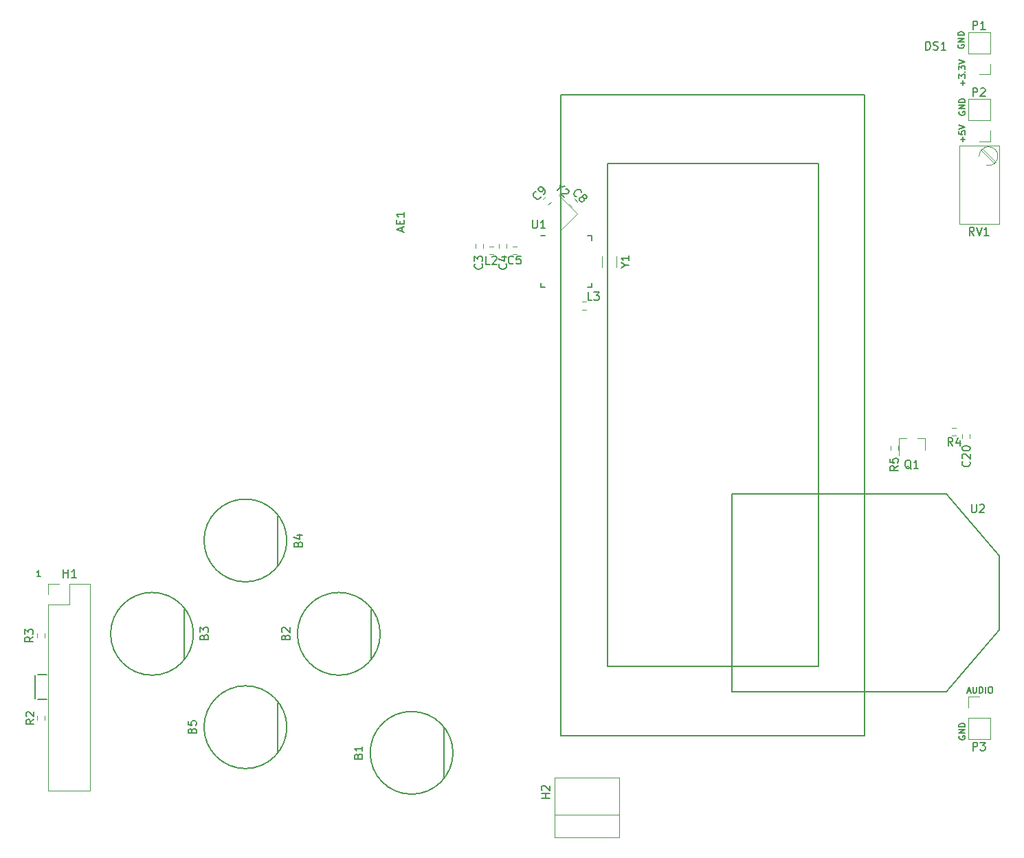
<source format=gbr>
G04 #@! TF.FileFunction,Legend,Top*
%FSLAX46Y46*%
G04 Gerber Fmt 4.6, Leading zero omitted, Abs format (unit mm)*
G04 Created by KiCad (PCBNEW 4.0.5) date 05/05/17 19:05:09*
%MOMM*%
%LPD*%
G01*
G04 APERTURE LIST*
%ADD10C,0.025400*%
%ADD11C,0.127000*%
%ADD12C,0.120000*%
%ADD13C,0.150000*%
G04 APERTURE END LIST*
D10*
D11*
X1410426Y14342293D02*
X1410426Y14922864D01*
X1410426Y14922864D02*
X1410426Y15503435D01*
X1410426Y15503435D02*
X1410426Y16084006D01*
X1410426Y16084006D02*
X1410426Y16664577D01*
X1410426Y16664577D02*
X1410426Y17245148D01*
X2861854Y14269721D02*
X1773283Y14269721D01*
X2861854Y17317719D02*
X1773283Y17317719D01*
X2099854Y29419006D02*
X1664426Y29419006D01*
X1882140Y29419006D02*
X1882140Y30181006D01*
X1809569Y30072149D01*
X1736997Y29999577D01*
X1664426Y29963291D01*
X116290997Y15285720D02*
X116653854Y15285720D01*
X116218425Y15068006D02*
X116472425Y15830006D01*
X116726425Y15068006D01*
X116980426Y15830006D02*
X116980426Y15213149D01*
X117016711Y15140577D01*
X117052997Y15104291D01*
X117125568Y15068006D01*
X117270711Y15068006D01*
X117343283Y15104291D01*
X117379568Y15140577D01*
X117415854Y15213149D01*
X117415854Y15830006D01*
X117778712Y15068006D02*
X117778712Y15830006D01*
X117960140Y15830006D01*
X118068997Y15793720D01*
X118141569Y15721149D01*
X118177854Y15648577D01*
X118214140Y15503434D01*
X118214140Y15394577D01*
X118177854Y15249434D01*
X118141569Y15176863D01*
X118068997Y15104291D01*
X117960140Y15068006D01*
X117778712Y15068006D01*
X118540712Y15068006D02*
X118540712Y15830006D01*
X119048711Y15830006D02*
X119193854Y15830006D01*
X119266426Y15793720D01*
X119338997Y15721149D01*
X119375283Y15576006D01*
X119375283Y15322006D01*
X119338997Y15176863D01*
X119266426Y15104291D01*
X119193854Y15068006D01*
X119048711Y15068006D01*
X118976140Y15104291D01*
X118903569Y15176863D01*
X118867283Y15322006D01*
X118867283Y15576006D01*
X118903569Y15721149D01*
X118976140Y15793720D01*
X119048711Y15830006D01*
X115293140Y9752148D02*
X115256854Y9679577D01*
X115256854Y9570720D01*
X115293140Y9461863D01*
X115365711Y9389291D01*
X115438283Y9353006D01*
X115583426Y9316720D01*
X115692283Y9316720D01*
X115837426Y9353006D01*
X115909997Y9389291D01*
X115982569Y9461863D01*
X116018854Y9570720D01*
X116018854Y9643291D01*
X115982569Y9752148D01*
X115946283Y9788434D01*
X115692283Y9788434D01*
X115692283Y9643291D01*
X116018854Y10115006D02*
X115256854Y10115006D01*
X116018854Y10550434D01*
X115256854Y10550434D01*
X116018854Y10913292D02*
X115256854Y10913292D01*
X115256854Y11094720D01*
X115293140Y11203577D01*
X115365711Y11276149D01*
X115438283Y11312434D01*
X115583426Y11348720D01*
X115692283Y11348720D01*
X115837426Y11312434D01*
X115909997Y11276149D01*
X115982569Y11203577D01*
X116018854Y11094720D01*
X116018854Y10913292D01*
X115166140Y94969148D02*
X115129854Y94896577D01*
X115129854Y94787720D01*
X115166140Y94678863D01*
X115238711Y94606291D01*
X115311283Y94570006D01*
X115456426Y94533720D01*
X115565283Y94533720D01*
X115710426Y94570006D01*
X115782997Y94606291D01*
X115855569Y94678863D01*
X115891854Y94787720D01*
X115891854Y94860291D01*
X115855569Y94969148D01*
X115819283Y95005434D01*
X115565283Y95005434D01*
X115565283Y94860291D01*
X115891854Y95332006D02*
X115129854Y95332006D01*
X115891854Y95767434D01*
X115129854Y95767434D01*
X115891854Y96130292D02*
X115129854Y96130292D01*
X115129854Y96311720D01*
X115166140Y96420577D01*
X115238711Y96493149D01*
X115311283Y96529434D01*
X115456426Y96565720D01*
X115565283Y96565720D01*
X115710426Y96529434D01*
X115782997Y96493149D01*
X115855569Y96420577D01*
X115891854Y96311720D01*
X115891854Y96130292D01*
X115293140Y86714148D02*
X115256854Y86641577D01*
X115256854Y86532720D01*
X115293140Y86423863D01*
X115365711Y86351291D01*
X115438283Y86315006D01*
X115583426Y86278720D01*
X115692283Y86278720D01*
X115837426Y86315006D01*
X115909997Y86351291D01*
X115982569Y86423863D01*
X116018854Y86532720D01*
X116018854Y86605291D01*
X115982569Y86714148D01*
X115946283Y86750434D01*
X115692283Y86750434D01*
X115692283Y86605291D01*
X116018854Y87077006D02*
X115256854Y87077006D01*
X116018854Y87512434D01*
X115256854Y87512434D01*
X116018854Y87875292D02*
X115256854Y87875292D01*
X115256854Y88056720D01*
X115293140Y88165577D01*
X115365711Y88238149D01*
X115438283Y88274434D01*
X115583426Y88310720D01*
X115692283Y88310720D01*
X115837426Y88274434D01*
X115909997Y88238149D01*
X115982569Y88165577D01*
X116018854Y88056720D01*
X116018854Y87875292D01*
X115728569Y89961721D02*
X115728569Y90542292D01*
X116018854Y90252006D02*
X115438283Y90252006D01*
X115256854Y90832578D02*
X115256854Y91304292D01*
X115547140Y91050292D01*
X115547140Y91159150D01*
X115583426Y91231721D01*
X115619711Y91268007D01*
X115692283Y91304292D01*
X115873711Y91304292D01*
X115946283Y91268007D01*
X115982569Y91231721D01*
X116018854Y91159150D01*
X116018854Y90941435D01*
X115982569Y90868864D01*
X115946283Y90832578D01*
X115946283Y91630864D02*
X115982569Y91667149D01*
X116018854Y91630864D01*
X115982569Y91594578D01*
X115946283Y91630864D01*
X116018854Y91630864D01*
X115256854Y91921149D02*
X115256854Y92392863D01*
X115547140Y92138863D01*
X115547140Y92247721D01*
X115583426Y92320292D01*
X115619711Y92356578D01*
X115692283Y92392863D01*
X115873711Y92392863D01*
X115946283Y92356578D01*
X115982569Y92320292D01*
X116018854Y92247721D01*
X116018854Y92030006D01*
X115982569Y91957435D01*
X115946283Y91921149D01*
X115256854Y92610577D02*
X116018854Y92864577D01*
X115256854Y93118577D01*
X115728569Y83013006D02*
X115728569Y83593577D01*
X116018854Y83303291D02*
X115438283Y83303291D01*
X115256854Y84319292D02*
X115256854Y83956435D01*
X115619711Y83920149D01*
X115583426Y83956435D01*
X115547140Y84029006D01*
X115547140Y84210435D01*
X115583426Y84283006D01*
X115619711Y84319292D01*
X115692283Y84355577D01*
X115873711Y84355577D01*
X115946283Y84319292D01*
X115982569Y84283006D01*
X116018854Y84210435D01*
X116018854Y84029006D01*
X115982569Y83956435D01*
X115946283Y83920149D01*
X115256854Y84573291D02*
X116018854Y84827291D01*
X115256854Y85081291D01*
D12*
X65402960Y-2691240D02*
X73402960Y-2691240D01*
X65402960Y4628760D02*
X73402960Y4628760D01*
X73402960Y4628760D02*
X73402960Y-2691240D01*
X73402960Y58760D02*
X65402960Y58760D01*
X65402960Y-2691240D02*
X65402960Y4628760D01*
X117739944Y81199011D02*
G75*
G02X120049240Y81239320I1154296J40309D01*
G01*
X120048292Y81259441D02*
G75*
G02X118654240Y80110320I-1154052J-20121D01*
G01*
X115274240Y72919320D02*
X115274240Y82569320D01*
X120225240Y72919320D02*
X120225240Y82569320D01*
X115274240Y72919320D02*
X120225240Y72919320D01*
X115274240Y82569320D02*
X120225240Y82569320D01*
X118160240Y82115320D02*
X119770240Y80504320D01*
X118019240Y81975320D02*
X119629240Y80363320D01*
X107739280Y45022960D02*
X107739280Y45522960D01*
X106799280Y45522960D02*
X106799280Y45022960D01*
X111054000Y46482540D02*
X110124000Y46482540D01*
X107894000Y46482540D02*
X108824000Y46482540D01*
X107894000Y46482540D02*
X107894000Y44322540D01*
X111054000Y46482540D02*
X111054000Y45022540D01*
X71283860Y68927340D02*
X71283860Y67577340D01*
X73033860Y68927340D02*
X73033860Y67577340D01*
X114408140Y46791780D02*
X114908140Y46791780D01*
X114908140Y47731780D02*
X114408140Y47731780D01*
X116581020Y46460600D02*
X116581020Y46960600D01*
X115641020Y46960600D02*
X115641020Y46460600D01*
D13*
X70051060Y71402340D02*
X70051060Y70877340D01*
X63751060Y65102340D02*
X63751060Y65627340D01*
X70051060Y65102340D02*
X70051060Y65627340D01*
X63751060Y71402340D02*
X64276060Y71402340D01*
X63751060Y65102340D02*
X64276060Y65102340D01*
X70051060Y65102340D02*
X69526060Y65102340D01*
X70051060Y71402340D02*
X69526060Y71402340D01*
D12*
X69302440Y63274040D02*
X68802440Y63274040D01*
X68802440Y62334040D02*
X69302440Y62334040D01*
X57862280Y70121880D02*
X57362280Y70121880D01*
X57362280Y69181880D02*
X57862280Y69181880D01*
X2583280Y21886100D02*
X2583280Y22386100D01*
X1643280Y22386100D02*
X1643280Y21886100D01*
X1643280Y12226100D02*
X1643280Y11726100D01*
X2583280Y11726100D02*
X2583280Y12226100D01*
X64309637Y76241757D02*
X63956083Y75888203D01*
X64620763Y75223523D02*
X64974317Y75577077D01*
X67194583Y75312917D02*
X67548137Y74959363D01*
X68212817Y75624043D02*
X67859263Y75977597D01*
X60265500Y69184420D02*
X60765500Y69184420D01*
X60765500Y70124420D02*
X60265500Y70124420D01*
X55686860Y70453060D02*
X55686860Y69953060D01*
X56626860Y69953060D02*
X56626860Y70453060D01*
X58595160Y70453060D02*
X58595160Y69953060D01*
X59535160Y69953060D02*
X59535160Y70453060D01*
X3036260Y25946100D02*
X3036260Y3026100D01*
X3036260Y3026100D02*
X8236260Y3026100D01*
X8236260Y3026100D02*
X8236260Y28546100D01*
X8236260Y28546100D02*
X5636260Y28546100D01*
X5636260Y28546100D02*
X5636260Y25946100D01*
X5636260Y25946100D02*
X3036260Y25946100D01*
X3036260Y27216100D02*
X3036260Y28546100D01*
X3036260Y28546100D02*
X4366260Y28546100D01*
X119074240Y93901260D02*
X119074240Y96501260D01*
X119074240Y96501260D02*
X116414240Y96501260D01*
X116414240Y96501260D02*
X116414240Y93901260D01*
X116414240Y93901260D02*
X119074240Y93901260D01*
X119074240Y92631260D02*
X119074240Y91301260D01*
X119074240Y91301260D02*
X117744240Y91301260D01*
X116416780Y11986260D02*
X116416780Y9386260D01*
X116416780Y9386260D02*
X119076780Y9386260D01*
X119076780Y9386260D02*
X119076780Y11986260D01*
X119076780Y11986260D02*
X116416780Y11986260D01*
X116416780Y13256260D02*
X116416780Y14586260D01*
X116416780Y14586260D02*
X117746780Y14586260D01*
X119074240Y85661500D02*
X119074240Y88261500D01*
X119074240Y88261500D02*
X116414240Y88261500D01*
X116414240Y88261500D02*
X116414240Y85661500D01*
X116414240Y85661500D02*
X119074240Y85661500D01*
X119074240Y84391500D02*
X119074240Y83061500D01*
X119074240Y83061500D02*
X117744240Y83061500D01*
D13*
X51815500Y10696200D02*
X51815500Y4696200D01*
X52914520Y7696200D02*
G75*
G03X52914520Y7696200I-5099020J0D01*
G01*
X42851840Y25362160D02*
X42851840Y19362160D01*
X43950860Y22362160D02*
G75*
G03X43950860Y22362160I-5099020J0D01*
G01*
X19839440Y25362160D02*
X19839440Y19362160D01*
X20938460Y22362160D02*
G75*
G03X20938460Y22362160I-5099020J0D01*
G01*
X31345640Y36868360D02*
X31345640Y30868360D01*
X32444660Y33868360D02*
G75*
G03X32444660Y33868360I-5099020J0D01*
G01*
X31345640Y13855960D02*
X31345640Y7855960D01*
X32444660Y10855960D02*
G75*
G03X32444660Y10855960I-5099020J0D01*
G01*
D12*
X66270117Y72161184D02*
X68250016Y74141083D01*
X68250016Y74141083D02*
X65916563Y76474536D01*
D13*
X103640140Y88821720D02*
X66240140Y88821720D01*
X66240140Y88821720D02*
X66240140Y9821720D01*
X66240140Y9821720D02*
X103640140Y9821720D01*
X103640140Y9821720D02*
X103640140Y88821720D01*
X97940140Y80321720D02*
X71940140Y80321720D01*
X71940140Y80321720D02*
X71940140Y18321720D01*
X71940140Y18321720D02*
X97940140Y18321720D01*
X97940140Y18321720D02*
X97940140Y80321720D01*
X87284560Y39598600D02*
X87284560Y15214600D01*
X87284560Y15214600D02*
X113700560Y15214600D01*
X113700560Y15214600D02*
X120228360Y22809200D01*
X120228360Y22809200D02*
X120228360Y32004000D01*
X120228360Y32004000D02*
X113700560Y39598600D01*
X113700560Y39598600D02*
X87284560Y39598600D01*
X46648667Y71977713D02*
X46648667Y72453904D01*
X46934381Y71882475D02*
X45934381Y72215808D01*
X46934381Y72549142D01*
X46410571Y72882475D02*
X46410571Y73215809D01*
X46934381Y73358666D02*
X46934381Y72882475D01*
X45934381Y72882475D01*
X45934381Y73358666D01*
X46934381Y74311047D02*
X46934381Y73739618D01*
X46934381Y74025332D02*
X45934381Y74025332D01*
X46077238Y73930094D01*
X46172476Y73834856D01*
X46220095Y73739618D01*
X64818521Y2077815D02*
X63818521Y2077815D01*
X64294711Y2077815D02*
X64294711Y2649244D01*
X64818521Y2649244D02*
X63818521Y2649244D01*
X63913759Y3077815D02*
X63866140Y3125434D01*
X63818521Y3220672D01*
X63818521Y3458768D01*
X63866140Y3554006D01*
X63913759Y3601625D01*
X64008997Y3649244D01*
X64104235Y3649244D01*
X64247092Y3601625D01*
X64818521Y3030196D01*
X64818521Y3649244D01*
X117110902Y71475339D02*
X116777568Y71951530D01*
X116539473Y71475339D02*
X116539473Y72475339D01*
X116920426Y72475339D01*
X117015664Y72427720D01*
X117063283Y72380101D01*
X117110902Y72284863D01*
X117110902Y72142006D01*
X117063283Y72046768D01*
X117015664Y71999149D01*
X116920426Y71951530D01*
X116539473Y71951530D01*
X117396616Y72475339D02*
X117729949Y71475339D01*
X118063283Y72475339D01*
X118920426Y71475339D02*
X118348997Y71475339D01*
X118634711Y71475339D02*
X118634711Y72475339D01*
X118539473Y72332482D01*
X118444235Y72237244D01*
X118348997Y72189625D01*
X107744521Y43059054D02*
X107268330Y42725720D01*
X107744521Y42487625D02*
X106744521Y42487625D01*
X106744521Y42868578D01*
X106792140Y42963816D01*
X106839759Y43011435D01*
X106934997Y43059054D01*
X107077854Y43059054D01*
X107173092Y43011435D01*
X107220711Y42963816D01*
X107268330Y42868578D01*
X107268330Y42487625D01*
X106744521Y43963816D02*
X106744521Y43487625D01*
X107220711Y43440006D01*
X107173092Y43487625D01*
X107125473Y43582863D01*
X107125473Y43820959D01*
X107173092Y43916197D01*
X107220711Y43963816D01*
X107315950Y44011435D01*
X107554045Y44011435D01*
X107649283Y43963816D01*
X107696902Y43916197D01*
X107744521Y43820959D01*
X107744521Y43582863D01*
X107696902Y43487625D01*
X107649283Y43440006D01*
X109355902Y42678101D02*
X109260664Y42725720D01*
X109165426Y42820958D01*
X109022569Y42963815D01*
X108927330Y43011434D01*
X108832092Y43011434D01*
X108879711Y42773339D02*
X108784473Y42820958D01*
X108689235Y42916196D01*
X108641616Y43106672D01*
X108641616Y43440006D01*
X108689235Y43630482D01*
X108784473Y43725720D01*
X108879711Y43773339D01*
X109070188Y43773339D01*
X109165426Y43725720D01*
X109260664Y43630482D01*
X109308283Y43440006D01*
X109308283Y43106672D01*
X109260664Y42916196D01*
X109165426Y42820958D01*
X109070188Y42773339D01*
X108879711Y42773339D01*
X110260664Y42773339D02*
X109689235Y42773339D01*
X109974949Y42773339D02*
X109974949Y43773339D01*
X109879711Y43630482D01*
X109784473Y43535244D01*
X109689235Y43487625D01*
X74135050Y67776149D02*
X74611241Y67776149D01*
X73611241Y67442816D02*
X74135050Y67776149D01*
X73611241Y68109483D01*
X74611241Y68966626D02*
X74611241Y68395197D01*
X74611241Y68680911D02*
X73611241Y68680911D01*
X73754098Y68585673D01*
X73849336Y68490435D01*
X73896955Y68395197D01*
X114491474Y45539399D02*
X114158140Y46015590D01*
X113920045Y45539399D02*
X113920045Y46539399D01*
X114300998Y46539399D01*
X114396236Y46491780D01*
X114443855Y46444161D01*
X114491474Y46348923D01*
X114491474Y46206066D01*
X114443855Y46110828D01*
X114396236Y46063209D01*
X114300998Y46015590D01*
X113920045Y46015590D01*
X115348617Y46206066D02*
X115348617Y45539399D01*
X115110521Y46587018D02*
X114872426Y45872732D01*
X115491474Y45872732D01*
X116539283Y43598863D02*
X116586902Y43551244D01*
X116634521Y43408387D01*
X116634521Y43313149D01*
X116586902Y43170291D01*
X116491664Y43075053D01*
X116396426Y43027434D01*
X116205950Y42979815D01*
X116063092Y42979815D01*
X115872616Y43027434D01*
X115777378Y43075053D01*
X115682140Y43170291D01*
X115634521Y43313149D01*
X115634521Y43408387D01*
X115682140Y43551244D01*
X115729759Y43598863D01*
X115729759Y43979815D02*
X115682140Y44027434D01*
X115634521Y44122672D01*
X115634521Y44360768D01*
X115682140Y44456006D01*
X115729759Y44503625D01*
X115824997Y44551244D01*
X115920235Y44551244D01*
X116063092Y44503625D01*
X116634521Y43932196D01*
X116634521Y44551244D01*
X115634521Y45170291D02*
X115634521Y45265530D01*
X115682140Y45360768D01*
X115729759Y45408387D01*
X115824997Y45456006D01*
X116015473Y45503625D01*
X116253569Y45503625D01*
X116444045Y45456006D01*
X116539283Y45408387D01*
X116586902Y45360768D01*
X116634521Y45265530D01*
X116634521Y45170291D01*
X116586902Y45075053D01*
X116539283Y45027434D01*
X116444045Y44979815D01*
X116253569Y44932196D01*
X116015473Y44932196D01*
X115824997Y44979815D01*
X115729759Y45027434D01*
X115682140Y45075053D01*
X115634521Y45170291D01*
X62715235Y73364339D02*
X62715235Y72554815D01*
X62762854Y72459577D01*
X62810473Y72411958D01*
X62905711Y72364339D01*
X63096188Y72364339D01*
X63191426Y72411958D01*
X63239045Y72459577D01*
X63286664Y72554815D01*
X63286664Y73364339D01*
X64286664Y72364339D02*
X63715235Y72364339D01*
X64000949Y72364339D02*
X64000949Y73364339D01*
X63905711Y73221482D01*
X63810473Y73126244D01*
X63715235Y73078625D01*
X70041474Y63474339D02*
X69565283Y63474339D01*
X69565283Y64474339D01*
X70279569Y64474339D02*
X70898617Y64474339D01*
X70565283Y64093387D01*
X70708141Y64093387D01*
X70803379Y64045768D01*
X70850998Y63998149D01*
X70898617Y63902910D01*
X70898617Y63664815D01*
X70850998Y63569577D01*
X70803379Y63521958D01*
X70708141Y63474339D01*
X70422426Y63474339D01*
X70327188Y63521958D01*
X70279569Y63569577D01*
X57468474Y67919339D02*
X56992283Y67919339D01*
X56992283Y68919339D01*
X57754188Y68824101D02*
X57801807Y68871720D01*
X57897045Y68919339D01*
X58135141Y68919339D01*
X58230379Y68871720D01*
X58277998Y68824101D01*
X58325617Y68728863D01*
X58325617Y68633625D01*
X58277998Y68490768D01*
X57706569Y67919339D01*
X58325617Y67919339D01*
X1191521Y21977054D02*
X715330Y21643720D01*
X1191521Y21405625D02*
X191521Y21405625D01*
X191521Y21786578D01*
X239140Y21881816D01*
X286759Y21929435D01*
X381997Y21977054D01*
X524854Y21977054D01*
X620092Y21929435D01*
X667711Y21881816D01*
X715330Y21786578D01*
X715330Y21405625D01*
X191521Y22310387D02*
X191521Y22929435D01*
X572473Y22596101D01*
X572473Y22738959D01*
X620092Y22834197D01*
X667711Y22881816D01*
X762950Y22929435D01*
X1001045Y22929435D01*
X1096283Y22881816D01*
X1143902Y22834197D01*
X1191521Y22738959D01*
X1191521Y22453244D01*
X1143902Y22358006D01*
X1096283Y22310387D01*
X1295661Y11809434D02*
X819470Y11476100D01*
X1295661Y11238005D02*
X295661Y11238005D01*
X295661Y11618958D01*
X343280Y11714196D01*
X390899Y11761815D01*
X486137Y11809434D01*
X628994Y11809434D01*
X724232Y11761815D01*
X771851Y11714196D01*
X819470Y11618958D01*
X819470Y11238005D01*
X390899Y12190386D02*
X343280Y12238005D01*
X295661Y12333243D01*
X295661Y12571339D01*
X343280Y12666577D01*
X390899Y12714196D01*
X486137Y12761815D01*
X581375Y12761815D01*
X724232Y12714196D01*
X1295661Y12142767D01*
X1295661Y12761815D01*
X63701862Y76260277D02*
X63701862Y76192934D01*
X63634518Y76058247D01*
X63567175Y75990903D01*
X63432487Y75923559D01*
X63297800Y75923559D01*
X63196785Y75957231D01*
X63028427Y76058246D01*
X62927411Y76159262D01*
X62826396Y76327621D01*
X62792724Y76428636D01*
X62792724Y76563323D01*
X62860068Y76698010D01*
X62927411Y76765354D01*
X63062098Y76832697D01*
X63129442Y76832697D01*
X64105922Y76529651D02*
X64240609Y76664338D01*
X64274281Y76765354D01*
X64274281Y76832697D01*
X64240610Y77001056D01*
X64139595Y77169414D01*
X63870220Y77438789D01*
X63769205Y77472460D01*
X63701862Y77472460D01*
X63600846Y77438789D01*
X63466159Y77304101D01*
X63432487Y77203086D01*
X63432487Y77135742D01*
X63466159Y77034727D01*
X63634517Y76866369D01*
X63735533Y76832697D01*
X63802877Y76832696D01*
X63903892Y76866368D01*
X64038579Y77001056D01*
X64072251Y77102071D01*
X64072250Y77169415D01*
X64038579Y77270430D01*
X68186751Y76238032D02*
X68119408Y76238032D01*
X67984721Y76305376D01*
X67917377Y76372719D01*
X67850033Y76507407D01*
X67850033Y76642094D01*
X67883705Y76743109D01*
X67984720Y76911467D01*
X68085736Y77012483D01*
X68254095Y77113498D01*
X68355110Y77147170D01*
X68489797Y77147170D01*
X68624484Y77079826D01*
X68691828Y77012483D01*
X68759171Y76877796D01*
X68759171Y76810452D01*
X68927530Y76170690D02*
X68893858Y76271705D01*
X68893858Y76339048D01*
X68927530Y76440063D01*
X68961201Y76473735D01*
X69062216Y76507407D01*
X69129560Y76507407D01*
X69230575Y76473735D01*
X69365263Y76339048D01*
X69398934Y76238032D01*
X69398934Y76170689D01*
X69365263Y76069674D01*
X69331591Y76036002D01*
X69230576Y76002330D01*
X69163232Y76002330D01*
X69062217Y76036002D01*
X68927530Y76170690D01*
X68826514Y76204361D01*
X68759171Y76204361D01*
X68658155Y76170689D01*
X68523468Y76036002D01*
X68489797Y75934987D01*
X68489797Y75867644D01*
X68523468Y75766628D01*
X68658156Y75631941D01*
X68759171Y75598269D01*
X68826514Y75598269D01*
X68927530Y75631941D01*
X69062216Y75766628D01*
X69095889Y75867644D01*
X69095889Y75934987D01*
X69062217Y76036002D01*
X60348834Y68027277D02*
X60301215Y67979658D01*
X60158358Y67932039D01*
X60063120Y67932039D01*
X59920262Y67979658D01*
X59825024Y68074896D01*
X59777405Y68170134D01*
X59729786Y68360610D01*
X59729786Y68503468D01*
X59777405Y68693944D01*
X59825024Y68789182D01*
X59920262Y68884420D01*
X60063120Y68932039D01*
X60158358Y68932039D01*
X60301215Y68884420D01*
X60348834Y68836801D01*
X61253596Y68932039D02*
X60777405Y68932039D01*
X60729786Y68455849D01*
X60777405Y68503468D01*
X60872643Y68551087D01*
X61110739Y68551087D01*
X61205977Y68503468D01*
X61253596Y68455849D01*
X61301215Y68360610D01*
X61301215Y68122515D01*
X61253596Y68027277D01*
X61205977Y67979658D01*
X61110739Y67932039D01*
X60872643Y67932039D01*
X60777405Y67979658D01*
X60729786Y68027277D01*
X56468283Y67951054D02*
X56515902Y67903435D01*
X56563521Y67760578D01*
X56563521Y67665340D01*
X56515902Y67522482D01*
X56420664Y67427244D01*
X56325426Y67379625D01*
X56134950Y67332006D01*
X55992092Y67332006D01*
X55801616Y67379625D01*
X55706378Y67427244D01*
X55611140Y67522482D01*
X55563521Y67665340D01*
X55563521Y67760578D01*
X55611140Y67903435D01*
X55658759Y67951054D01*
X55563521Y68284387D02*
X55563521Y68903435D01*
X55944473Y68570101D01*
X55944473Y68712959D01*
X55992092Y68808197D01*
X56039711Y68855816D01*
X56134950Y68903435D01*
X56373045Y68903435D01*
X56468283Y68855816D01*
X56515902Y68808197D01*
X56563521Y68712959D01*
X56563521Y68427244D01*
X56515902Y68332006D01*
X56468283Y68284387D01*
X59452783Y67951054D02*
X59500402Y67903435D01*
X59548021Y67760578D01*
X59548021Y67665340D01*
X59500402Y67522482D01*
X59405164Y67427244D01*
X59309926Y67379625D01*
X59119450Y67332006D01*
X58976592Y67332006D01*
X58786116Y67379625D01*
X58690878Y67427244D01*
X58595640Y67522482D01*
X58548021Y67665340D01*
X58548021Y67760578D01*
X58595640Y67903435D01*
X58643259Y67951054D01*
X58881354Y68808197D02*
X59548021Y68808197D01*
X58500402Y68570101D02*
X59214688Y68332006D01*
X59214688Y68951054D01*
X4930235Y29311339D02*
X4930235Y30311339D01*
X4930235Y29835149D02*
X5501664Y29835149D01*
X5501664Y29311339D02*
X5501664Y30311339D01*
X6501664Y29311339D02*
X5930235Y29311339D01*
X6215949Y29311339D02*
X6215949Y30311339D01*
X6120711Y30168482D01*
X6025473Y30073244D01*
X5930235Y30025625D01*
X116968045Y96875339D02*
X116968045Y97875339D01*
X117348998Y97875339D01*
X117444236Y97827720D01*
X117491855Y97780101D01*
X117539474Y97684863D01*
X117539474Y97542006D01*
X117491855Y97446768D01*
X117444236Y97399149D01*
X117348998Y97351530D01*
X116968045Y97351530D01*
X118491855Y96875339D02*
X117920426Y96875339D01*
X118206140Y96875339D02*
X118206140Y97875339D01*
X118110902Y97732482D01*
X118015664Y97637244D01*
X117920426Y97589625D01*
X116968045Y7975339D02*
X116968045Y8975339D01*
X117348998Y8975339D01*
X117444236Y8927720D01*
X117491855Y8880101D01*
X117539474Y8784863D01*
X117539474Y8642006D01*
X117491855Y8546768D01*
X117444236Y8499149D01*
X117348998Y8451530D01*
X116968045Y8451530D01*
X117872807Y8975339D02*
X118491855Y8975339D01*
X118158521Y8594387D01*
X118301379Y8594387D01*
X118396617Y8546768D01*
X118444236Y8499149D01*
X118491855Y8403910D01*
X118491855Y8165815D01*
X118444236Y8070577D01*
X118396617Y8022958D01*
X118301379Y7975339D01*
X118015664Y7975339D01*
X117920426Y8022958D01*
X117872807Y8070577D01*
X116968045Y88620339D02*
X116968045Y89620339D01*
X117348998Y89620339D01*
X117444236Y89572720D01*
X117491855Y89525101D01*
X117539474Y89429863D01*
X117539474Y89287006D01*
X117491855Y89191768D01*
X117444236Y89144149D01*
X117348998Y89096530D01*
X116968045Y89096530D01*
X117920426Y89525101D02*
X117968045Y89572720D01*
X118063283Y89620339D01*
X118301379Y89620339D01*
X118396617Y89572720D01*
X118444236Y89525101D01*
X118491855Y89429863D01*
X118491855Y89334625D01*
X118444236Y89191768D01*
X117872807Y88620339D01*
X118491855Y88620339D01*
X41244071Y7291439D02*
X41291690Y7434296D01*
X41339310Y7481915D01*
X41434548Y7529534D01*
X41577405Y7529534D01*
X41672643Y7481915D01*
X41720262Y7434296D01*
X41767881Y7339058D01*
X41767881Y6958105D01*
X40767881Y6958105D01*
X40767881Y7291439D01*
X40815500Y7386677D01*
X40863119Y7434296D01*
X40958357Y7481915D01*
X41053595Y7481915D01*
X41148833Y7434296D01*
X41196452Y7386677D01*
X41244071Y7291439D01*
X41244071Y6958105D01*
X41767881Y8481915D02*
X41767881Y7910486D01*
X41767881Y8196200D02*
X40767881Y8196200D01*
X40910738Y8100962D01*
X41005976Y8005724D01*
X41053595Y7910486D01*
X32280411Y21957399D02*
X32328030Y22100256D01*
X32375650Y22147875D01*
X32470888Y22195494D01*
X32613745Y22195494D01*
X32708983Y22147875D01*
X32756602Y22100256D01*
X32804221Y22005018D01*
X32804221Y21624065D01*
X31804221Y21624065D01*
X31804221Y21957399D01*
X31851840Y22052637D01*
X31899459Y22100256D01*
X31994697Y22147875D01*
X32089935Y22147875D01*
X32185173Y22100256D01*
X32232792Y22052637D01*
X32280411Y21957399D01*
X32280411Y21624065D01*
X31899459Y22576446D02*
X31851840Y22624065D01*
X31804221Y22719303D01*
X31804221Y22957399D01*
X31851840Y23052637D01*
X31899459Y23100256D01*
X31994697Y23147875D01*
X32089935Y23147875D01*
X32232792Y23100256D01*
X32804221Y22528827D01*
X32804221Y23147875D01*
X22257711Y21992959D02*
X22305330Y22135816D01*
X22352950Y22183435D01*
X22448188Y22231054D01*
X22591045Y22231054D01*
X22686283Y22183435D01*
X22733902Y22135816D01*
X22781521Y22040578D01*
X22781521Y21659625D01*
X21781521Y21659625D01*
X21781521Y21992959D01*
X21829140Y22088197D01*
X21876759Y22135816D01*
X21971997Y22183435D01*
X22067235Y22183435D01*
X22162473Y22135816D01*
X22210092Y22088197D01*
X22257711Y21992959D01*
X22257711Y21659625D01*
X21781521Y22564387D02*
X21781521Y23183435D01*
X22162473Y22850101D01*
X22162473Y22992959D01*
X22210092Y23088197D01*
X22257711Y23135816D01*
X22352950Y23183435D01*
X22591045Y23183435D01*
X22686283Y23135816D01*
X22733902Y23088197D01*
X22781521Y22992959D01*
X22781521Y22707244D01*
X22733902Y22612006D01*
X22686283Y22564387D01*
X33814711Y33422959D02*
X33862330Y33565816D01*
X33909950Y33613435D01*
X34005188Y33661054D01*
X34148045Y33661054D01*
X34243283Y33613435D01*
X34290902Y33565816D01*
X34338521Y33470578D01*
X34338521Y33089625D01*
X33338521Y33089625D01*
X33338521Y33422959D01*
X33386140Y33518197D01*
X33433759Y33565816D01*
X33528997Y33613435D01*
X33624235Y33613435D01*
X33719473Y33565816D01*
X33767092Y33518197D01*
X33814711Y33422959D01*
X33814711Y33089625D01*
X33671854Y34518197D02*
X34338521Y34518197D01*
X33290902Y34280101D02*
X34005188Y34042006D01*
X34005188Y34661054D01*
X20774211Y10451199D02*
X20821830Y10594056D01*
X20869450Y10641675D01*
X20964688Y10689294D01*
X21107545Y10689294D01*
X21202783Y10641675D01*
X21250402Y10594056D01*
X21298021Y10498818D01*
X21298021Y10117865D01*
X20298021Y10117865D01*
X20298021Y10451199D01*
X20345640Y10546437D01*
X20393259Y10594056D01*
X20488497Y10641675D01*
X20583735Y10641675D01*
X20678973Y10594056D01*
X20726592Y10546437D01*
X20774211Y10451199D01*
X20774211Y10117865D01*
X20298021Y11594056D02*
X20298021Y11117865D01*
X20774211Y11070246D01*
X20726592Y11117865D01*
X20678973Y11213103D01*
X20678973Y11451199D01*
X20726592Y11546437D01*
X20774211Y11594056D01*
X20869450Y11641675D01*
X21107545Y11641675D01*
X21202783Y11594056D01*
X21250402Y11546437D01*
X21298021Y11451199D01*
X21298021Y11213103D01*
X21250402Y11117865D01*
X21202783Y11070246D01*
X66078258Y77361274D02*
X65741540Y77024556D01*
X66212945Y77967365D02*
X66078258Y77361274D01*
X66684350Y77495960D01*
X66819037Y77226587D02*
X66886380Y77226587D01*
X66987395Y77192915D01*
X67155755Y77024556D01*
X67189426Y76923540D01*
X67189426Y76856197D01*
X67155755Y76755182D01*
X67088411Y76687838D01*
X66953724Y76620495D01*
X66145602Y76620495D01*
X66583335Y76182762D01*
X111157854Y94335339D02*
X111157854Y95335339D01*
X111395949Y95335339D01*
X111538807Y95287720D01*
X111634045Y95192482D01*
X111681664Y95097244D01*
X111729283Y94906768D01*
X111729283Y94763910D01*
X111681664Y94573434D01*
X111634045Y94478196D01*
X111538807Y94382958D01*
X111395949Y94335339D01*
X111157854Y94335339D01*
X112110235Y94382958D02*
X112253092Y94335339D01*
X112491188Y94335339D01*
X112586426Y94382958D01*
X112634045Y94430577D01*
X112681664Y94525815D01*
X112681664Y94621053D01*
X112634045Y94716291D01*
X112586426Y94763910D01*
X112491188Y94811530D01*
X112300711Y94859149D01*
X112205473Y94906768D01*
X112157854Y94954387D01*
X112110235Y95049625D01*
X112110235Y95144863D01*
X112157854Y95240101D01*
X112205473Y95287720D01*
X112300711Y95335339D01*
X112538807Y95335339D01*
X112681664Y95287720D01*
X113634045Y94335339D02*
X113062616Y94335339D01*
X113348330Y94335339D02*
X113348330Y95335339D01*
X113253092Y95192482D01*
X113157854Y95097244D01*
X113062616Y95049625D01*
X116817235Y38312339D02*
X116817235Y37502815D01*
X116864854Y37407577D01*
X116912473Y37359958D01*
X117007711Y37312339D01*
X117198188Y37312339D01*
X117293426Y37359958D01*
X117341045Y37407577D01*
X117388664Y37502815D01*
X117388664Y38312339D01*
X117817235Y38217101D02*
X117864854Y38264720D01*
X117960092Y38312339D01*
X118198188Y38312339D01*
X118293426Y38264720D01*
X118341045Y38217101D01*
X118388664Y38121863D01*
X118388664Y38026625D01*
X118341045Y37883768D01*
X117769616Y37312339D01*
X118388664Y37312339D01*
M02*

</source>
